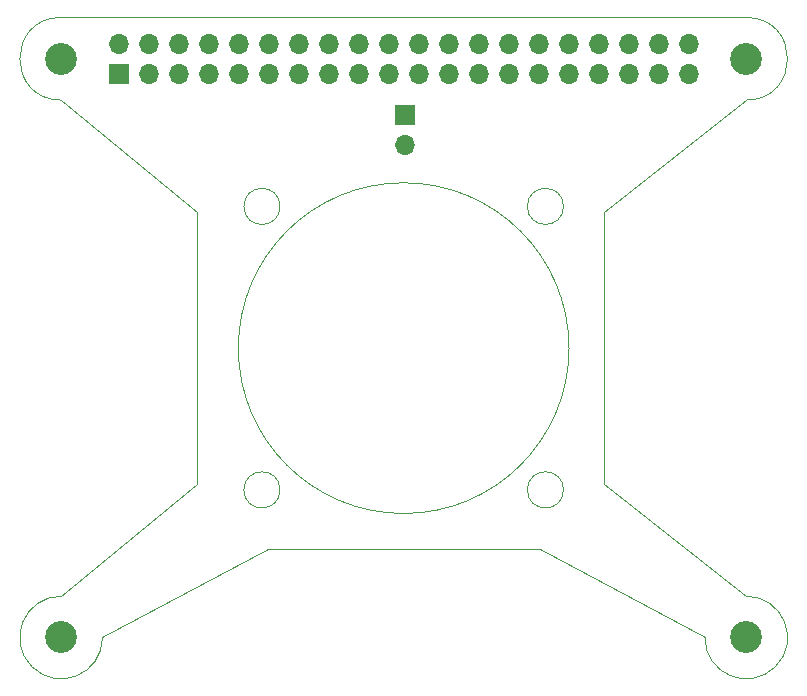
<source format=gbs>
%TF.GenerationSoftware,KiCad,Pcbnew,(5.1.7-7-g831c51c875)-1*%
%TF.CreationDate,2021-03-20T10:33:23-05:00*%
%TF.ProjectId,raspberry_pi_fan_hat,72617370-6265-4727-9279-5f70695f6661,rev?*%
%TF.SameCoordinates,PXbebc200PY8f0d180*%
%TF.FileFunction,Soldermask,Bot*%
%TF.FilePolarity,Negative*%
%FSLAX46Y46*%
G04 Gerber Fmt 4.6, Leading zero omitted, Abs format (unit mm)*
G04 Created by KiCad (PCBNEW (5.1.7-7-g831c51c875)-1) date 2021-03-20 10:33:23*
%MOMM*%
%LPD*%
G01*
G04 APERTURE LIST*
%TA.AperFunction,Profile*%
%ADD10C,0.100000*%
%TD*%
%ADD11O,1.700000X1.700000*%
%ADD12R,1.700000X1.700000*%
%ADD13C,2.700000*%
G04 APERTURE END LIST*
D10*
X46030000Y16000000D02*
G75*
G03*
X46030000Y16000000I-1530000J0D01*
G01*
X22030000Y16000000D02*
G75*
G03*
X22030000Y16000000I-1530000J0D01*
G01*
X22030000Y40000000D02*
G75*
G03*
X22030000Y40000000I-1530000J0D01*
G01*
X46030000Y40000000D02*
G75*
G03*
X46030000Y40000000I-1530000J0D01*
G01*
X3500000Y7000000D02*
X15000000Y16500000D01*
X46500000Y28000000D02*
G75*
G03*
X46500000Y28000000I-14000000J0D01*
G01*
X49500000Y39500000D02*
X61500000Y49000000D01*
X3500000Y49000000D02*
X15000000Y39500000D01*
X61500000Y7000000D02*
X49500000Y16500000D01*
X7000000Y3500000D02*
X21000000Y11000000D01*
X44000000Y11000000D02*
X58000000Y3500000D01*
X21000000Y11000000D02*
X44000000Y11000000D01*
X15000000Y39500000D02*
X15000000Y16500000D01*
X49500000Y16500000D02*
X49500000Y39500000D01*
X7000000Y3500000D02*
G75*
G02*
X3500000Y7000000I-3500000J0D01*
G01*
X61500000Y7000000D02*
G75*
G02*
X58000000Y3500000I0J-3500000D01*
G01*
X61500000Y56000000D02*
G75*
G02*
X61500000Y49000000I0J-3500000D01*
G01*
X3500000Y49000000D02*
G75*
G02*
X3500000Y56000000I0J3500000D01*
G01*
X61500000Y56000000D02*
X3500000Y56000000D01*
D11*
X32600000Y45160000D03*
D12*
X32600000Y47700000D03*
X8370000Y51230000D03*
D11*
X8370000Y53770000D03*
X10910000Y51230000D03*
X10910000Y53770000D03*
X13450000Y51230000D03*
X13450000Y53770000D03*
X15990000Y51230000D03*
X15990000Y53770000D03*
X18530000Y51230000D03*
X18530000Y53770000D03*
X21070000Y51230000D03*
X21070000Y53770000D03*
X23610000Y51230000D03*
X23610000Y53770000D03*
X26150000Y51230000D03*
X26150000Y53770000D03*
X28690000Y51230000D03*
X28690000Y53770000D03*
X31230000Y51230000D03*
X31230000Y53770000D03*
X33770000Y51230000D03*
X33770000Y53770000D03*
X36310000Y51230000D03*
X36310000Y53770000D03*
X38850000Y51230000D03*
X38850000Y53770000D03*
X41390000Y51230000D03*
X41390000Y53770000D03*
X43930000Y51230000D03*
X43930000Y53770000D03*
X46470000Y51230000D03*
X46470000Y53770000D03*
X49010000Y51230000D03*
X49010000Y53770000D03*
X51550000Y51230000D03*
X51550000Y53770000D03*
X54090000Y51230000D03*
X54090000Y53770000D03*
X56630000Y51230000D03*
X56630000Y53770000D03*
D13*
X61500000Y3500000D03*
X3500000Y3500000D03*
X61500000Y52500000D03*
X3500000Y52500000D03*
M02*

</source>
